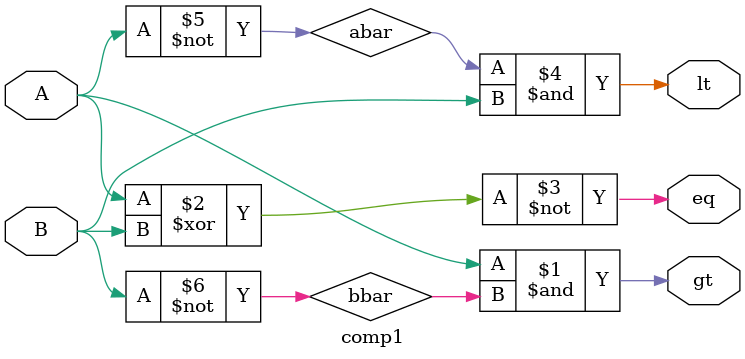
<source format=v>
module comp1 (gt,eq,lt,A,B);

input A;
input B;
output gt;
output lt;
output eq;

not G1 (abar, A);
not G2 (bbar, B);
and G3 (gt,A,bbar);
xnor G6 (eq,A,B);
and G10 (lt,abar,B);

endmodule

</source>
